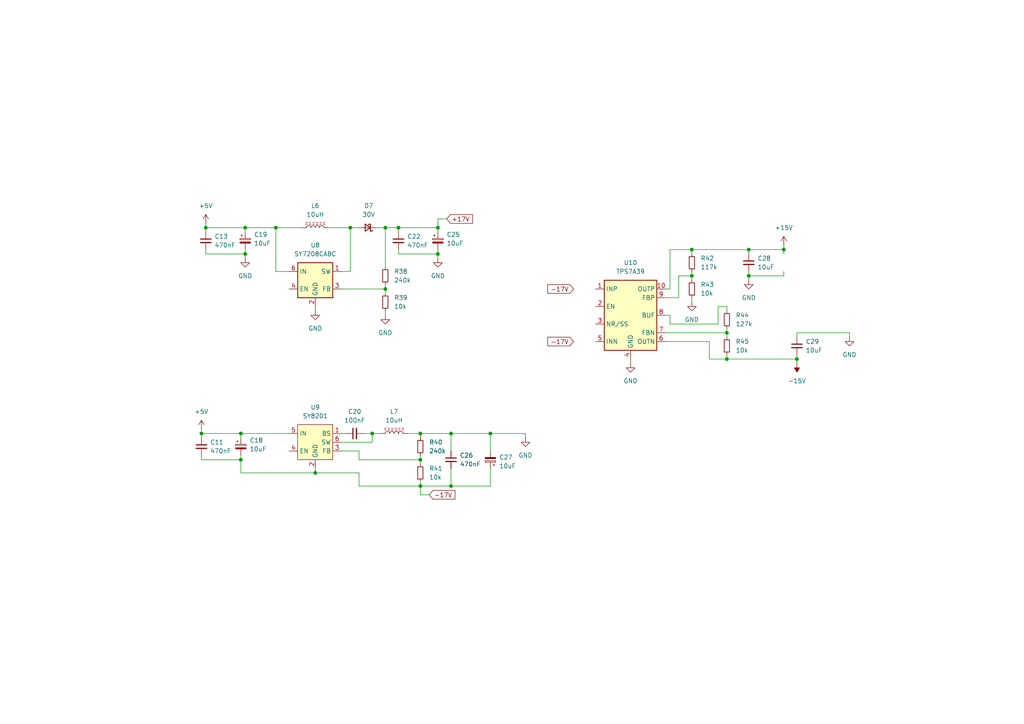
<source format=kicad_sch>
(kicad_sch (version 20250114) (generator "eeschema") (generator_version "9.0")
  (paper "A4")
  (lib_symbols
    (symbol "Device:C_Polarized_Small" (pin_numbers (hide yes)) (pin_names (offset 0.254) (hide yes))
      (property "Reference" "C" (at 0.254 1.778 0))
      (property "Value" "C_Polarized_Small" (at 0.254 -2.032 0))
      (symbol "C_Polarized_Small_0_1"
        (rectangle (start -1.524 0.6858) (end 1.524 0.3048))
        (rectangle (start -1.524 -0.3048) (end 1.524 -0.6858) (fill (type outline)))
        (polyline (pts (xy -1.27 1.524) (xy -0.762 1.524)))
        (polyline (pts (xy -1.016 1.27) (xy -1.016 1.778)))
      )
      (symbol "C_Polarized_Small_1_1"
        (pin passive line (at 0 2.54 270) (length 1.8542) (name "~") (number "1"))
        (pin passive line (at 0 -2.54 90) (length 1.8542) (name "~") (number "2"))
      )
    )
    (symbol "Device:C_Small" (pin_numbers (hide yes)) (pin_names (offset 0.254) (hide yes))
      (property "Reference" "C" (at 0.254 1.778 0))
      (property "Value" "C_Small" (at 0.254 -2.032 0))
      (symbol "C_Small_0_1"
        (polyline (pts (xy -1.524 0.508) (xy 1.524 0.508)) (stroke (width 0.3048)))
        (polyline (pts (xy -1.524 -0.508) (xy 1.524 -0.508)) (stroke (width 0.3302)))
      )
      (symbol "C_Small_1_1"
        (pin passive line (at 0 2.54 270) (length 2.032) (name "~") (number "1"))
        (pin passive line (at 0 -2.54 90) (length 2.032) (name "~") (number "2"))
      )
    )
    (symbol "Device:D_Schottky_Small" (pin_numbers (hide yes)) (pin_names (offset 0.254) (hide yes))
      (property "Reference" "D" (at -1.27 2.032 0))
      (property "Value" "D_Schottky_Small" (at -7.112 -2.032 0))
      (symbol "D_Schottky_Small_0_1"
        (polyline (pts (xy -1.27 0.762) (xy -1.27 1.016) (xy -0.762 1.016) (xy -0.762 -1.016) (xy -0.254 -1.016) (xy -0.254 -0.762)) (stroke (width 0.254)))
        (polyline (pts (xy -0.762 0) (xy 0.762 0)))
        (polyline (pts (xy 0.762 -1.016) (xy -0.762 0) (xy 0.762 1.016) (xy 0.762 -1.016)) (stroke (width 0.254)))
      )
      (symbol "D_Schottky_Small_1_1"
        (pin passive line (at -2.54 0 0) (length 1.778) (name "K") (number "1"))
        (pin passive line (at 2.54 0 180) (length 1.778) (name "A") (number "2"))
      )
    )
    (symbol "Device:L_Ferrite" (pin_numbers (hide yes)) (pin_names (offset 1.016) (hide yes))
      (property "Reference" "L" (at -1.27 0 90))
      (property "Value" "L_Ferrite" (at 2.794 0 90))
      (symbol "L_Ferrite_0_1"
        (arc (start 0 2.54) (mid 0.6323 1.905) (end 0 1.27))
        (arc (start 0 1.27) (mid 0.6323 0.635) (end 0 0))
        (arc (start 0 0) (mid 0.6323 -0.635) (end 0 -1.27))
        (arc (start 0 -1.27) (mid 0.6323 -1.905) (end 0 -2.54))
        (polyline (pts (xy 1.016 2.286) (xy 1.016 2.794)))
        (polyline (pts (xy 1.016 1.27) (xy 1.016 1.778)))
        (polyline (pts (xy 1.016 0.254) (xy 1.016 0.762)))
        (polyline (pts (xy 1.016 -0.762) (xy 1.016 -0.254)))
        (polyline (pts (xy 1.016 -1.778) (xy 1.016 -1.27)))
        (polyline (pts (xy 1.016 -2.794) (xy 1.016 -2.286)))
        (polyline (pts (xy 1.524 2.794) (xy 1.524 2.286)))
        (polyline (pts (xy 1.524 1.778) (xy 1.524 1.27)))
        (polyline (pts (xy 1.524 0.762) (xy 1.524 0.254)))
        (polyline (pts (xy 1.524 -0.254) (xy 1.524 -0.762)))
        (polyline (pts (xy 1.524 -1.27) (xy 1.524 -1.778)))
        (polyline (pts (xy 1.524 -2.286) (xy 1.524 -2.794)))
      )
      (symbol "L_Ferrite_1_1"
        (pin passive line (at 0 3.81 270) (length 1.27) (name "1") (number "1"))
        (pin passive line (at 0 -3.81 90) (length 1.27) (name "2") (number "2"))
      )
    )
    (symbol "Device:R_Small" (pin_numbers (hide yes)) (pin_names (offset 0.254) (hide yes))
      (property "Reference" "R" (at 0.762 0.508 0))
      (property "Value" "R_Small" (at 0.762 -1.016 0))
      (symbol "R_Small_0_1"
        (rectangle (start -0.762 1.778) (end 0.762 -1.778) (stroke (width 0.2032)))
      )
      (symbol "R_Small_1_1"
        (pin passive line (at 0 2.54 270) (length 0.762) (name "~") (number "1"))
        (pin passive line (at 0 -2.54 90) (length 0.762) (name "~") (number "2"))
      )
    )
    (symbol "Regulator_Linear:TPS7A39"
      (property "Reference" "U" (at 0 13.97 0))
      (property "Value" "TPS7A39" (at 0 11.43 0))
      (symbol "TPS7A39_1_1"
        (rectangle (start -7.62 10.16) (end 7.62 -10.16) (stroke (width 0.254)) (fill (type background)))
        (pin power_in line (at -10.16 7.62 0) (length 2.54) (name "INP") (number "1"))
        (pin input line (at -10.16 2.54 0) (length 2.54) (name "EN") (number "2"))
        (pin passive line (at -10.16 -2.54 0) (length 2.54) (name "NR/SS") (number "3"))
        (pin power_in line (at -10.16 -7.62 0) (length 2.54) (name "INN") (number "5"))
        (pin passive line (at 0 -12.7 90) (length 2.54) (hide yes) (name "GND") (number "11"))
        (pin power_in line (at 0 -12.7 90) (length 2.54) (name "GND") (number "4"))
        (pin power_out line (at 10.16 7.62 180) (length 2.54) (name "OUTP") (number "10"))
        (pin input line (at 10.16 5.08 180) (length 2.54) (name "FBP") (number "9"))
        (pin output line (at 10.16 0 180) (length 2.54) (name "BUF") (number "8"))
        (pin input line (at 10.16 -5.08 180) (length 2.54) (name "FBN") (number "7"))
        (pin power_out line (at 10.16 -7.62 180) (length 2.54) (name "OUTN") (number "6"))
      )
    )
    (symbol "meansOfCircuitDesign:SY7208CABC"
      (property "Reference" "U" (at -2.54 8.89 0))
      (property "Value" "SY7208CABC" (at -3.81 6.35 0))
      (symbol "SY7208CABC_0_0"
        (pin no_connect line (at -7.62 2.54 0) (length 2.54) (hide yes) (name "NC") (number "5"))
      )
      (symbol "SY7208CABC_0_1"
        (rectangle (start -5.08 5.08) (end 5.08 -5.08) (stroke (width 0.254)) (fill (type background)))
      )
      (symbol "SY7208CABC_1_1"
        (pin power_in line (at -7.62 2.54 0) (length 2.54) (name "IN") (number "6"))
        (pin input line (at -7.62 -2.54 0) (length 2.54) (name "EN") (number "4"))
        (pin power_in line (at 0 -7.62 90) (length 2.54) (name "GND") (number "2"))
        (pin passive line (at 7.62 2.54 180) (length 2.54) (name "SW") (number "1"))
        (pin input line (at 7.62 -2.54 180) (length 2.54) (name "FB") (number "3"))
      )
    )
    (symbol "meansOfCircuitDesign:SY8201"
      (property "Reference" "U" (at 0 3.048 0))
      (property "Value" "SY8201" (at 0 1.27 0))
      (symbol "SY8201_1_1"
        (rectangle (start -5.08 0) (end 5.08 -10.16) (fill (type background)))
        (pin power_in line (at -7.62 -2.54 0) (length 2.54) (name "IN") (number "5"))
        (pin input line (at -7.62 -7.62 0) (length 2.54) (name "EN") (number "4"))
        (pin passive line (at 0 -12.7 90) (length 2.54) (name "GND") (number "2"))
        (pin output line (at 7.62 -2.54 180) (length 2.54) (name "BS") (number "1"))
        (pin power_out line (at 7.62 -5.08 180) (length 2.54) (name "SW") (number "6"))
        (pin input line (at 7.62 -7.62 180) (length 2.54) (name "FB") (number "3"))
      )
    )
    (symbol "power:+15V" (power) (pin_numbers (hide yes)) (pin_names (offset 0) (hide yes))
      (property "Value" "+15V" (at 0 3.556 0))
      (symbol "+15V_0_1"
        (polyline (pts (xy -0.762 1.27) (xy 0 2.54)))
        (polyline (pts (xy 0 2.54) (xy 0.762 1.27)))
        (polyline (pts (xy 0 0) (xy 0 2.54)))
      )
      (symbol "+15V_1_1"
        (pin power_in line (at 0 0 90) (length 0) (name "~") (number "1"))
      )
    )
    (symbol "power:+5V" (power) (pin_numbers (hide yes)) (pin_names (offset 0) (hide yes))
      (property "Value" "+5V" (at 0 3.556 0))
      (symbol "+5V_0_1"
        (polyline (pts (xy -0.762 1.27) (xy 0 2.54)))
        (polyline (pts (xy 0 2.54) (xy 0.762 1.27)))
        (polyline (pts (xy 0 0) (xy 0 2.54)))
      )
      (symbol "+5V_1_1"
        (pin power_in line (at 0 0 90) (length 0) (name "~") (number "1"))
      )
    )
    (symbol "power:-15V" (power) (pin_numbers (hide yes)) (pin_names (offset 0) (hide yes))
      (property "Value" "-15V" (at 0 3.556 0))
      (symbol "-15V_0_0"
        (pin power_in line (at 0 0 90) (length 0) (name "~") (number "1"))
      )
      (symbol "-15V_0_1"
        (polyline (pts (xy 0 0) (xy 0 1.27) (xy 0.762 1.27) (xy 0 2.54) (xy -0.762 1.27) (xy 0 1.27)) (fill (type outline)))
      )
    )
    (symbol "power:GND" (power) (pin_numbers (hide yes)) (pin_names (offset 0) (hide yes))
      (property "Value" "GND" (at 0 -3.81 0))
      (symbol "GND_0_1"
        (polyline (pts (xy 0 0) (xy 0 -1.27) (xy 1.27 -1.27) (xy 0 -2.54) (xy -1.27 -1.27) (xy 0 -1.27)))
      )
      (symbol "GND_1_1"
        (pin power_in line (at 0 0 270) (length 0) (name "~") (number "1"))
      )
    )
  )
  (junction (at 59.69 66.04))
  (junction (at 111.76 66.04))
  (junction (at 121.92 133.35))
  (junction (at 71.12 73.66))
  (junction (at 107.95 125.73))
  (junction (at 200.66 80.01))
  (junction (at 227.33 72.39))
  (junction (at 121.92 140.97))
  (junction (at 127 66.04))
  (junction (at 127 73.66))
  (junction (at 69.85 125.73))
  (junction (at 71.12 66.04))
  (junction (at 121.92 125.73))
  (junction (at 91.44 137.16))
  (junction (at 200.66 72.39))
  (junction (at 231.14 104.14))
  (junction (at 210.82 104.14))
  (junction (at 142.24 125.73))
  (junction (at 217.17 72.39))
  (junction (at 101.6 66.04))
  (junction (at 130.81 125.73))
  (junction (at 130.81 140.97))
  (junction (at 210.82 96.52))
  (junction (at 69.85 133.35))
  (junction (at 58.42 125.73))
  (junction (at 80.01 66.04))
  (junction (at 111.76 83.82))
  (junction (at 115.57 66.04))
  (junction (at 217.17 80.01))
  (wire (pts (xy 208.28 93.98) (xy 208.28 88.9)))
  (wire (pts (xy 59.69 66.04) (xy 71.12 66.04)))
  (wire (pts (xy 127 73.66) (xy 127 74.93)))
  (wire (pts (xy 217.17 72.39) (xy 227.33 72.39)))
  (wire (pts (xy 127 63.5) (xy 127 66.04)))
  (wire (pts (xy 200.66 72.39) (xy 200.66 73.66)))
  (wire (pts (xy 99.06 83.82) (xy 111.76 83.82)))
  (wire (pts (xy 129.54 63.5) (xy 127 63.5)))
  (wire (pts (xy 80.01 66.04) (xy 71.12 66.04)))
  (wire (pts (xy 231.14 104.14) (xy 210.82 104.14)))
  (wire (pts (xy 107.95 125.73) (xy 110.49 125.73)))
  (wire (pts (xy 231.14 104.14) (xy 231.14 102.87)))
  (wire (pts (xy 101.6 66.04) (xy 104.14 66.04)))
  (wire (pts (xy 210.82 102.87) (xy 210.82 104.14)))
  (wire (pts (xy 124.46 143.51) (xy 121.92 143.51)))
  (wire (pts (xy 111.76 66.04) (xy 109.22 66.04)))
  (wire (pts (xy 59.69 72.39) (xy 59.69 73.66)))
  (wire (pts (xy 69.85 132.08) (xy 69.85 133.35)))
  (wire (pts (xy 58.42 127) (xy 58.42 125.73)))
  (wire (pts (xy 193.04 83.82) (xy 194.31 83.82)))
  (wire (pts (xy 71.12 72.39) (xy 71.12 73.66)))
  (wire (pts (xy 217.17 78.74) (xy 217.17 80.01)))
  (wire (pts (xy 58.42 132.08) (xy 58.42 133.35)))
  (wire (pts (xy 196.85 80.01) (xy 196.85 86.36)))
  (wire (pts (xy 115.57 73.66) (xy 127 73.66)))
  (wire (pts (xy 58.42 125.73) (xy 69.85 125.73)))
  (wire (pts (xy 69.85 125.73) (xy 69.85 127)))
  (wire (pts (xy 121.92 133.35) (xy 121.92 134.62)))
  (wire (pts (xy 227.33 71.12) (xy 227.33 72.39)))
  (wire (pts (xy 246.38 97.79) (xy 246.38 96.52)))
  (wire (pts (xy 194.31 72.39) (xy 200.66 72.39)))
  (wire (pts (xy 111.76 82.55) (xy 111.76 83.82)))
  (wire (pts (xy 227.33 78.74) (xy 227.33 80.01)))
  (wire (pts (xy 101.6 78.74) (xy 101.6 66.04)))
  (wire (pts (xy 87.63 66.04) (xy 80.01 66.04)))
  (wire (pts (xy 194.31 93.98) (xy 194.31 91.44)))
  (wire (pts (xy 104.14 130.81) (xy 99.06 130.81)))
  (wire (pts (xy 210.82 95.25) (xy 210.82 96.52)))
  (wire (pts (xy 115.57 66.04) (xy 115.57 67.31)))
  (wire (pts (xy 69.85 133.35) (xy 58.42 133.35)))
  (wire (pts (xy 91.44 137.16) (xy 91.44 135.89)))
  (wire (pts (xy 182.88 104.14) (xy 182.88 105.41)))
  (wire (pts (xy 99.06 125.73) (xy 100.33 125.73)))
  (wire (pts (xy 58.42 124.46) (xy 58.42 125.73)))
  (wire (pts (xy 194.31 93.98) (xy 208.28 93.98)))
  (wire (pts (xy 193.04 86.36) (xy 196.85 86.36)))
  (wire (pts (xy 59.69 64.77) (xy 59.69 66.04)))
  (wire (pts (xy 200.66 72.39) (xy 217.17 72.39)))
  (wire (pts (xy 205.74 104.14) (xy 205.74 99.06)))
  (wire (pts (xy 91.44 137.16) (xy 104.14 137.16)))
  (wire (pts (xy 59.69 67.31) (xy 59.69 66.04)))
  (wire (pts (xy 130.81 140.97) (xy 142.24 140.97)))
  (wire (pts (xy 104.14 137.16) (xy 104.14 140.97)))
  (wire (pts (xy 142.24 125.73) (xy 142.24 130.81)))
  (wire (pts (xy 91.44 88.9) (xy 91.44 90.17)))
  (wire (pts (xy 71.12 66.04) (xy 71.12 67.31)))
  (wire (pts (xy 121.92 132.08) (xy 121.92 133.35)))
  (wire (pts (xy 246.38 96.52) (xy 231.14 96.52)))
  (wire (pts (xy 95.25 66.04) (xy 101.6 66.04)))
  (wire (pts (xy 107.95 128.27) (xy 107.95 125.73)))
  (wire (pts (xy 217.17 73.66) (xy 217.17 72.39)))
  (wire (pts (xy 142.24 135.89) (xy 142.24 140.97)))
  (wire (pts (xy 121.92 140.97) (xy 121.92 143.51)))
  (wire (pts (xy 208.28 88.9) (xy 210.82 88.9)))
  (wire (pts (xy 142.24 125.73) (xy 152.4 125.73)))
  (wire (pts (xy 196.85 80.01) (xy 200.66 80.01)))
  (wire (pts (xy 121.92 139.7) (xy 121.92 140.97)))
  (wire (pts (xy 127 73.66) (xy 127 72.39)))
  (wire (pts (xy 80.01 78.74) (xy 83.82 78.74)))
  (wire (pts (xy 130.81 135.89) (xy 130.81 140.97)))
  (wire (pts (xy 80.01 66.04) (xy 80.01 78.74)))
  (wire (pts (xy 104.14 133.35) (xy 104.14 130.81)))
  (wire (pts (xy 121.92 125.73) (xy 121.92 127)))
  (wire (pts (xy 121.92 133.35) (xy 104.14 133.35)))
  (wire (pts (xy 71.12 73.66) (xy 59.69 73.66)))
  (wire (pts (xy 200.66 80.01) (xy 200.66 81.28)))
  (wire (pts (xy 69.85 137.16) (xy 91.44 137.16)))
  (wire (pts (xy 111.76 90.17) (xy 111.76 91.44)))
  (wire (pts (xy 130.81 125.73) (xy 130.81 130.81)))
  (wire (pts (xy 193.04 99.06) (xy 205.74 99.06)))
  (wire (pts (xy 105.41 125.73) (xy 107.95 125.73)))
  (wire (pts (xy 193.04 96.52) (xy 210.82 96.52)))
  (wire (pts (xy 99.06 78.74) (xy 101.6 78.74)))
  (wire (pts (xy 231.14 104.14) (xy 231.14 105.41)))
  (wire (pts (xy 71.12 73.66) (xy 71.12 74.93)))
  (wire (pts (xy 127 66.04) (xy 127 67.31)))
  (wire (pts (xy 152.4 125.73) (xy 152.4 127)))
  (wire (pts (xy 115.57 66.04) (xy 127 66.04)))
  (wire (pts (xy 121.92 140.97) (xy 130.81 140.97)))
  (wire (pts (xy 111.76 83.82) (xy 111.76 85.09)))
  (wire (pts (xy 118.11 125.73) (xy 121.92 125.73)))
  (wire (pts (xy 200.66 86.36) (xy 200.66 87.63)))
  (wire (pts (xy 121.92 125.73) (xy 130.81 125.73)))
  (wire (pts (xy 115.57 72.39) (xy 115.57 73.66)))
  (wire (pts (xy 194.31 83.82) (xy 194.31 72.39)))
  (wire (pts (xy 210.82 96.52) (xy 210.82 97.79)))
  (wire (pts (xy 231.14 96.52) (xy 231.14 97.79)))
  (wire (pts (xy 200.66 78.74) (xy 200.66 80.01)))
  (wire (pts (xy 69.85 125.73) (xy 83.82 125.73)))
  (wire (pts (xy 227.33 72.39) (xy 227.33 73.66)))
  (wire (pts (xy 217.17 80.01) (xy 227.33 80.01)))
  (wire (pts (xy 130.81 125.73) (xy 142.24 125.73)))
  (wire (pts (xy 217.17 80.01) (xy 217.17 81.28)))
  (wire (pts (xy 111.76 66.04) (xy 115.57 66.04)))
  (wire (pts (xy 99.06 128.27) (xy 107.95 128.27)))
  (wire (pts (xy 111.76 77.47) (xy 111.76 66.04)))
  (wire (pts (xy 210.82 88.9) (xy 210.82 90.17)))
  (wire (pts (xy 194.31 91.44) (xy 193.04 91.44)))
  (wire (pts (xy 104.14 140.97) (xy 121.92 140.97)))
  (wire (pts (xy 210.82 104.14) (xy 205.74 104.14)))
  (wire (pts (xy 69.85 133.35) (xy 69.85 137.16)))
  (global_label "-17V" (shape input) (at 166.37 99.06 180) (property "Intersheetrefs" "${INTERSHEET_REFS}" (effects (hide yes))))
  (global_label "-17V" (shape input) (at 166.37 83.82 180) (property "Intersheetrefs" "${INTERSHEET_REFS}" (effects (hide yes))))
  (global_label "-17V" (shape input) (at 124.46 143.51 0) (property "Intersheetrefs" "${INTERSHEET_REFS}" (effects (hide yes))))
  (global_label "+17V" (shape input) (at 129.54 63.5 0) (property "Intersheetrefs" "${INTERSHEET_REFS}" (effects (hide yes))))
  (symbol (lib_id "power:GND") (at 71.12 74.93 0) (unit 1)
    (property "Reference" "#PWR057" (effects (hide yes)))
    (property "Value" "GND" (at 71.12 80.01 0))
    (property "Description" "Power symbol creates a global label with name \"GND\" , ground" (effects (hide yes)))
  )
  (symbol (lib_id "Device:C_Small") (at 115.57 69.85 0) (unit 1)
    (property "Reference" "C22" (at 118.11 68.5862 0) (effects (justify left)))
    (property "Value" "470nF" (at 118.11 71.1262 0) (effects (justify left)))
    (property "Footprint" "Capacitor_SMD:C_0603_1608Metric" (effects (hide yes)))
    (property "Description" "Unpolarized capacitor, small symbol" (effects (hide yes)))
  )
  (symbol (lib_id "Device:R_Small") (at 121.92 137.16 0) (unit 1)
    (property "Reference" "R41" (at 124.46 135.8899 0) (effects (justify left)))
    (property "Value" "10k" (at 124.46 138.4299 0) (effects (justify left)))
    (property "Footprint" "Resistor_SMD:R_0603_1608Metric" (effects (hide yes)))
    (property "Description" "Resistor, small symbol" (effects (hide yes)))
  )
  (symbol (lib_id "power:GND") (at 152.4 127 0) (unit 1)
    (property "Reference" "#PWR066" (effects (hide yes)))
    (property "Value" "GND" (at 152.4 132.08 0))
    (property "Description" "Power symbol creates a global label with name \"GND\" , ground" (effects (hide yes)))
  )
  (symbol (lib_id "power:GND") (at 246.38 97.79 0) (unit 1)
    (property "Reference" "#PWR078" (effects (hide yes)))
    (property "Value" "GND" (at 246.38 102.87 0))
    (property "Description" "Power symbol creates a global label with name \"GND\" , ground" (effects (hide yes)))
  )
  (symbol (lib_id "Device:R_Small") (at 121.92 129.54 0) (unit 1)
    (property "Reference" "R40" (at 124.46 128.2699 0) (effects (justify left)))
    (property "Value" "240k" (at 124.46 130.8099 0) (effects (justify left)))
    (property "Footprint" "Resistor_SMD:R_0603_1608Metric" (effects (hide yes)))
    (property "Description" "Resistor, small symbol" (effects (hide yes)))
  )
  (symbol (lib_id "power:GND") (at 182.88 105.41 0) (unit 1)
    (property "Reference" "#PWR072" (effects (hide yes)))
    (property "Value" "GND" (at 182.88 110.49 0))
    (property "Description" "Power symbol creates a global label with name \"GND\" , ground" (effects (hide yes)))
  )
  (symbol (lib_id "Device:R_Small") (at 210.82 92.71 0) (unit 1)
    (property "Reference" "R44" (at 213.36 91.4399 0) (effects (justify left)))
    (property "Value" "127k" (at 213.36 93.9799 0) (effects (justify left)))
    (property "Footprint" "Resistor_SMD:R_0603_1608Metric" (effects (hide yes)))
    (property "Description" "Resistor, small symbol" (effects (hide yes)))
  )
  (symbol (lib_id "Device:C_Polarized_Small") (at 127 69.85 0) (unit 1)
    (property "Reference" "C25" (at 129.54 68.0338 0) (effects (justify left)))
    (property "Value" "10uF" (at 129.54 70.5738 0) (effects (justify left)))
    (property "Footprint" "Capacitor_SMD:CP_Elec_6.3x5.2" (effects (hide yes)))
    (property "Description" "Polarized capacitor, small symbol" (effects (hide yes)))
  )
  (symbol (lib_id "Regulator_Linear:TPS7A39") (at 182.88 91.44 0) (unit 1)
    (property "Reference" "U10" (at 182.88 76.2 0))
    (property "Value" "TPS7A39" (at 182.88 78.74 0))
    (property "Footprint" "Package_SON:Texas_S-PVSON-N10_ThermalVias" (effects (hide yes)))
    (property "Datasheet" "https://www.ti.com/lit/ds/symlink/tps7a39.pdf" (effects (hide yes)))
    (property "Description" "Dual, 150-mA, ±3.3V to ±33V Input, +1.2V to +30V and -30V to 0V Output, Wide VIN Positive and Negative LDO Voltage Regulator, 3x3mm WSON-10 package" (effects (hide yes)))
  )
  (symbol (lib_id "power:+5V") (at 58.42 124.46 0) (unit 1)
    (property "Reference" "#PWR055" (effects (hide yes)))
    (property "Value" "+5V" (at 58.42 119.38 0))
    (property "Description" "Power symbol creates a global label with name \"+5V\"" (effects (hide yes)))
  )
  (symbol (lib_id "Device:L_Ferrite") (at 114.3 125.73 90) (unit 1)
    (property "Reference" "L7" (at 114.3 119.38 90))
    (property "Value" "10uH" (at 114.3 121.92 90))
    (property "Description" "Inductor with ferrite core" (effects (hide yes)))
  )
  (symbol (lib_id "power:GND") (at 217.17 81.28 0) (unit 1)
    (property "Reference" "#PWR075" (effects (hide yes)))
    (property "Value" "GND" (at 217.17 86.36 0))
    (property "Description" "Power symbol creates a global label with name \"GND\" , ground" (effects (hide yes)))
  )
  (symbol (lib_id "Device:C_Small") (at 58.42 129.54 0) (unit 1)
    (property "Reference" "C11" (at 60.96 128.2762 0) (effects (justify left)))
    (property "Value" "470nF" (at 60.96 130.8162 0) (effects (justify left)))
    (property "Footprint" "Capacitor_SMD:C_0603_1608Metric" (effects (hide yes)))
    (property "Description" "Unpolarized capacitor, small symbol" (effects (hide yes)))
  )
  (symbol (lib_id "power:+5V") (at 59.69 64.77 0) (unit 1)
    (property "Reference" "#PWR056" (effects (hide yes)))
    (property "Value" "+5V" (at 59.69 59.69 0))
    (property "Description" "Power symbol creates a global label with name \"+5V\"" (effects (hide yes)))
  )
  (symbol (lib_id "Device:L_Ferrite") (at 91.44 66.04 90) (unit 1)
    (property "Reference" "L6" (at 91.44 59.69 90))
    (property "Value" "10uH" (at 91.44 62.23 90))
    (property "Description" "Inductor with ferrite core" (effects (hide yes)))
  )
  (symbol (lib_id "Device:R_Small") (at 210.82 100.33 0) (unit 1)
    (property "Reference" "R45" (at 213.36 99.0599 0) (effects (justify left)))
    (property "Value" "10k" (at 213.36 101.5999 0) (effects (justify left)))
    (property "Footprint" "Resistor_SMD:R_0603_1608Metric" (effects (hide yes)))
    (property "Description" "Resistor, small symbol" (effects (hide yes)))
  )
  (symbol (lib_id "power:GND") (at 200.66 87.63 0) (unit 1)
    (property "Reference" "#PWR074" (effects (hide yes)))
    (property "Value" "GND" (at 200.66 92.71 0))
    (property "Description" "Power symbol creates a global label with name \"GND\" , ground" (effects (hide yes)))
  )
  (symbol (lib_id "power:GND") (at 111.76 91.44 0) (unit 1)
    (property "Reference" "#PWR060" (effects (hide yes)))
    (property "Value" "GND" (at 111.76 96.52 0))
    (property "Description" "Power symbol creates a global label with name \"GND\" , ground" (effects (hide yes)))
  )
  (symbol (lib_id "power:-15V") (at 231.14 105.41 180) (unit 1)
    (property "Reference" "#PWR077" (effects (hide yes)))
    (property "Value" "-15V" (at 231.14 110.49 0))
    (property "Description" "Power symbol creates a global label with name \"-15V\"" (effects (hide yes)))
  )
  (symbol (lib_id "Device:C_Polarized_Small") (at 71.12 69.85 0) (unit 1)
    (property "Reference" "C19" (at 73.66 68.0338 0) (effects (justify left)))
    (property "Value" "10uF" (at 73.66 70.5738 0) (effects (justify left)))
    (property "Footprint" "Capacitor_SMD:CP_Elec_6.3x5.2" (effects (hide yes)))
    (property "Description" "Polarized capacitor, small symbol" (effects (hide yes)))
  )
  (symbol (lib_id "Device:C_Polarized_Small") (at 69.85 129.54 0) (unit 1)
    (property "Reference" "C18" (at 72.39 127.7238 0) (effects (justify left)))
    (property "Value" "10uF" (at 72.39 130.2638 0) (effects (justify left)))
    (property "Footprint" "Capacitor_SMD:CP_Elec_6.3x5.2" (effects (hide yes)))
    (property "Description" "Polarized capacitor, small symbol" (effects (hide yes)))
  )
  (symbol (lib_id "Device:C_Polarized_Small") (at 142.24 133.35 180) (unit 1)
    (property "Reference" "C27" (at 144.78 132.626 0) (effects (justify right)))
    (property "Value" "10uF" (at 144.78 135.166 0) (effects (justify right)))
    (property "Footprint" "Capacitor_SMD:CP_Elec_6.3x5.2" (effects (hide yes)))
    (property "Description" "Polarized capacitor, small symbol" (effects (hide yes)))
  )
  (symbol (lib_id "Device:C_Small") (at 102.87 125.73 90) (unit 1)
    (property "Reference" "C20" (at 102.8763 119.38 90))
    (property "Value" "100nF" (at 102.8763 121.92 90))
    (property "Footprint" "Capacitor_SMD:C_0402_1005Metric" (effects (hide yes)))
    (property "Description" "Unpolarized capacitor, small symbol" (effects (hide yes)))
  )
  (symbol (lib_id "Device:R_Small") (at 200.66 83.82 0) (unit 1)
    (property "Reference" "R43" (at 203.2 82.5499 0) (effects (justify left)))
    (property "Value" "10k" (at 203.2 85.0899 0) (effects (justify left)))
    (property "Footprint" "Resistor_SMD:R_0603_1608Metric" (effects (hide yes)))
    (property "Description" "Resistor, small symbol" (effects (hide yes)))
  )
  (symbol (lib_id "Device:D_Schottky_Small") (at 106.68 66.04 180) (unit 1)
    (property "Reference" "D7" (at 106.934 59.69 0))
    (property "Value" "30V" (at 106.934 62.23 0))
    (property "Footprint" "Automated:D_SOD-123FL" (effects (hide yes)))
    (property "Description" "Schottky diode, small symbol" (effects (hide yes)))
    (property "MPN" " RB060MM-30" (effects (hide yes)))
  )
  (symbol (lib_id "Device:C_Small") (at 231.14 100.33 0) (unit 1)
    (property "Reference" "C29" (at 233.68 99.0662 0) (effects (justify left)))
    (property "Value" "10uF" (at 233.68 101.6062 0) (effects (justify left)))
    (property "Footprint" "Capacitor_SMD:C_1206_3216Metric" (effects (hide yes)))
    (property "Description" "Unpolarized capacitor, small symbol" (effects (hide yes)))
  )
  (symbol (lib_id "power:GND") (at 127 74.93 0) (unit 1)
    (property "Reference" "#PWR064" (effects (hide yes)))
    (property "Value" "GND" (at 127 80.01 0))
    (property "Description" "Power symbol creates a global label with name \"GND\" , ground" (effects (hide yes)))
  )
  (symbol (lib_id "power:GND") (at 91.44 90.17 0) (unit 1)
    (property "Reference" "#PWR059" (effects (hide yes)))
    (property "Value" "GND" (at 91.44 95.25 0))
    (property "Description" "Power symbol creates a global label with name \"GND\" , ground" (effects (hide yes)))
  )
  (symbol (lib_id "power:+15V") (at 227.33 71.12 0) (unit 1)
    (property "Reference" "#PWR076" (effects (hide yes)))
    (property "Value" "+15V" (at 227.33 66.04 0))
    (property "Description" "Power symbol creates a global label with name \"+15V\"" (effects (hide yes)))
  )
  (symbol (lib_id "meansOfCircuitDesign:SY7208CABC") (at 91.44 81.28 0) (unit 1)
    (property "Reference" "U8" (at 91.44 71.12 0))
    (property "Value" "SY7208CABC" (at 91.44 73.66 0))
    (property "Footprint" "Package_TO_SOT_SMD:SOT-23-6" (effects (hide yes)))
    (property "Datasheet" "https://datasheet.lcsc.com/szlcsc/Silergy-Corp-SY7208CABC_C178234.pdf" (effects (hide yes)))
    (property "Description" "High Efficiency 1MHz 600mA Async Step-Up Converter, 3-25V Vin, 25V Vout, SOT23-6" (effects (hide yes)))
    (property "JLC" "SOT-23-6" (effects (hide yes)))
    (property "LCSC" "C178234" (effects (hide yes)))
  )
  (symbol (lib_id "Device:R_Small") (at 200.66 76.2 0) (unit 1)
    (property "Reference" "R42" (at 203.2 74.9299 0) (effects (justify left)))
    (property "Value" "117k" (at 203.2 77.4699 0) (effects (justify left)))
    (property "Footprint" "Resistor_SMD:R_0603_1608Metric" (effects (hide yes)))
    (property "Description" "Resistor, small symbol" (effects (hide yes)))
  )
  (symbol (lib_id "Device:C_Small") (at 130.81 133.35 0) (unit 1)
    (property "Reference" "C26" (at 133.35 132.0862 0) (effects (justify left)))
    (property "Value" "470nF" (at 133.35 134.6262 0) (effects (justify left)))
    (property "Footprint" "Capacitor_SMD:C_0603_1608Metric" (effects (hide yes)))
    (property "Description" "Unpolarized capacitor, small symbol" (effects (hide yes)))
  )
  (symbol (lib_id "Device:C_Small") (at 59.69 69.85 0) (unit 1)
    (property "Reference" "C13" (at 62.23 68.5862 0) (effects (justify left)))
    (property "Value" "470nF" (at 62.23 71.1262 0) (effects (justify left)))
    (property "Footprint" "Capacitor_SMD:C_0603_1608Metric" (effects (hide yes)))
    (property "Description" "Unpolarized capacitor, small symbol" (effects (hide yes)))
  )
  (symbol (lib_id "meansOfCircuitDesign:SY8201") (at 91.44 123.19 0) (unit 1)
    (property "Reference" "U9" (at 91.44 118.11 0))
    (property "Value" "SY8201" (at 91.44 120.65 0))
    (property "Footprint" "Package_TO_SOT_SMD:SOT-23-6" (effects (hide yes)))
    (property "Datasheet" "https://www.lcsc.com/datasheet/lcsc_datasheet_2203280930_Silergy-Corp-SY8201CABC_C2763455.pdf" (effects (hide yes)))
    (property "Description" "High Efficiency Fast Response, 1A, 27V Input Synchronous Step Down Regulator" (effects (hide yes)))
  )
  (symbol (lib_id "Device:R_Small") (at 111.76 80.01 0) (unit 1)
    (property "Reference" "R38" (at 114.3 78.7399 0) (effects (justify left)))
    (property "Value" "240k" (at 114.3 81.2799 0) (effects (justify left)))
    (property "Footprint" "Resistor_SMD:R_0603_1608Metric" (effects (hide yes)))
    (property "Description" "Resistor, small symbol" (effects (hide yes)))
  )
  (symbol (lib_id "Device:R_Small") (at 111.76 87.63 0) (unit 1)
    (property "Reference" "R39" (at 114.3 86.3599 0) (effects (justify left)))
    (property "Value" "10k" (at 114.3 88.8999 0) (effects (justify left)))
    (property "Footprint" "Resistor_SMD:R_0603_1608Metric" (effects (hide yes)))
    (property "Description" "Resistor, small symbol" (effects (hide yes)))
  )
  (symbol (lib_id "Device:C_Small") (at 217.17 76.2 0) (unit 1)
    (property "Reference" "C28" (at 219.71 74.9362 0) (effects (justify left)))
    (property "Value" "10uF" (at 219.71 77.4762 0) (effects (justify left)))
    (property "Footprint" "Capacitor_SMD:C_1206_3216Metric" (effects (hide yes)))
    (property "Description" "Unpolarized capacitor, small symbol" (effects (hide yes)))
  )
)
</source>
